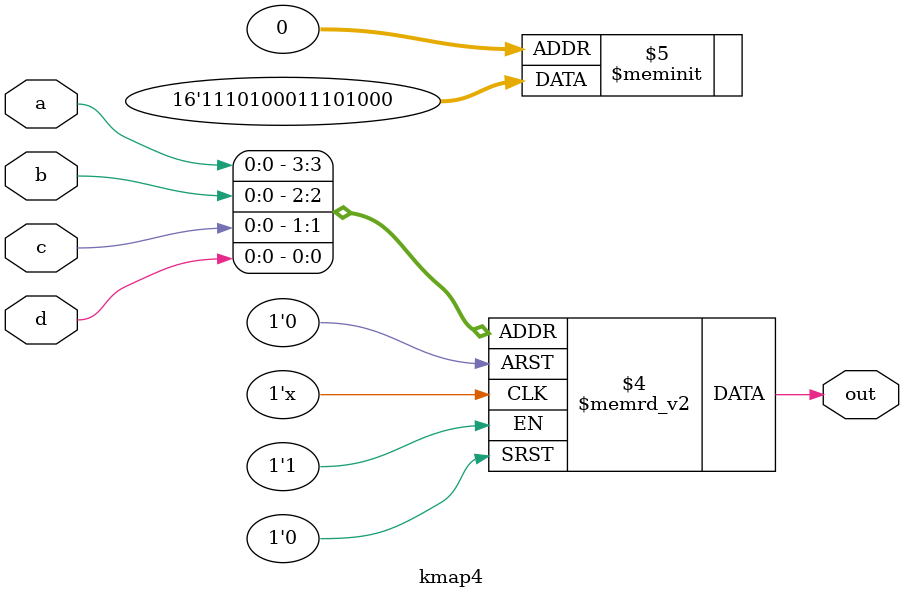
<source format=sv>
module kmap4(
    input a,
    input b,
    input c,
    input d,
    output reg out
);

always @* begin
    case({a, b, c, d})
        4'b0000: out = 1'b0;
        4'b0001: out = 1'b0;
        4'b0010: out = 1'b0;
        4'b0011: out = 1'b1;
        4'b0100: out = 1'b0;
        4'b0101: out = 1'b1;
        4'b0110: out = 1'b1;
        4'b0111: out = 1'b1;
        4'b1000: out = 1'b0;
        4'b1001: out = 1'b0;
        4'b1010: out = 1'b0;
        4'b1011: out = 1'b1;
        4'b1100: out = 1'b0;
        4'b1101: out = 1'b1;
        4'b1110: out = 1'b1;
        4'b1111: out = 1'b1;
    endcase
end

endmodule

</source>
